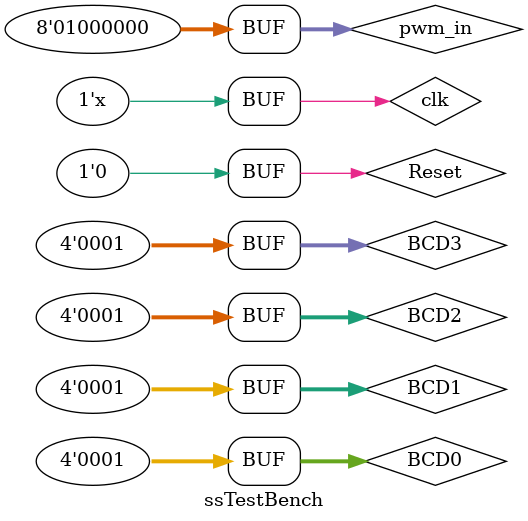
<source format=v>
module ssTestBench();
reg clk = 0;
reg Reset = 0;
reg [3:0] BCD3, BCD2, BCD1, BCD0; // Binary-coded decimal input
reg [7:0] pwm_in;
wire [3:0] SegmentDrivers; // Digit drivers (active low)
wire [7:0] SevenSegment; // Segments (active low)


SS_Driver uut(clk, Reset,BCD3, BCD2, BCD1, BCD0,pwm_in,SegmentDrivers,SevenSegment);

initial begin
    #5 BCD3 = 4'd1; BCD2= 4'd1; BCD1= 4'd1; BCD0= 4'd1;
    #500
    BCD3 = 4'd2; BCD2= 4'd2; BCD1= 4'd2; BCD0= 4'd2;
    #500
    BCD3 = 4'd1; BCD2= 4'd1; BCD1= 4'd1; BCD0= 4'd1;
    pwm_in = 8'b01000000;
end

always begin
#1 clk = ~clk;
end

endmodule
</source>
